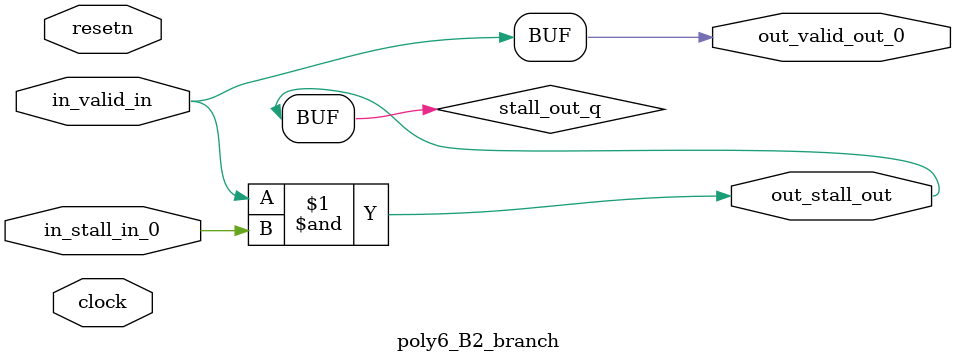
<source format=sv>



(* altera_attribute = "-name AUTO_SHIFT_REGISTER_RECOGNITION OFF; -name MESSAGE_DISABLE 10036; -name MESSAGE_DISABLE 10037; -name MESSAGE_DISABLE 14130; -name MESSAGE_DISABLE 14320; -name MESSAGE_DISABLE 15400; -name MESSAGE_DISABLE 14130; -name MESSAGE_DISABLE 10036; -name MESSAGE_DISABLE 12020; -name MESSAGE_DISABLE 12030; -name MESSAGE_DISABLE 12010; -name MESSAGE_DISABLE 12110; -name MESSAGE_DISABLE 14320; -name MESSAGE_DISABLE 13410; -name MESSAGE_DISABLE 113007; -name MESSAGE_DISABLE 10958" *)
module poly6_B2_branch (
    input wire [0:0] in_stall_in_0,
    input wire [0:0] in_valid_in,
    output wire [0:0] out_stall_out,
    output wire [0:0] out_valid_out_0,
    input wire clock,
    input wire resetn
    );

    wire [0:0] stall_out_q;


    // stall_out(LOGICAL,6)
    assign stall_out_q = in_valid_in & in_stall_in_0;

    // out_stall_out(GPOUT,4)
    assign out_stall_out = stall_out_q;

    // out_valid_out_0(GPOUT,5)
    assign out_valid_out_0 = in_valid_in;

endmodule

</source>
